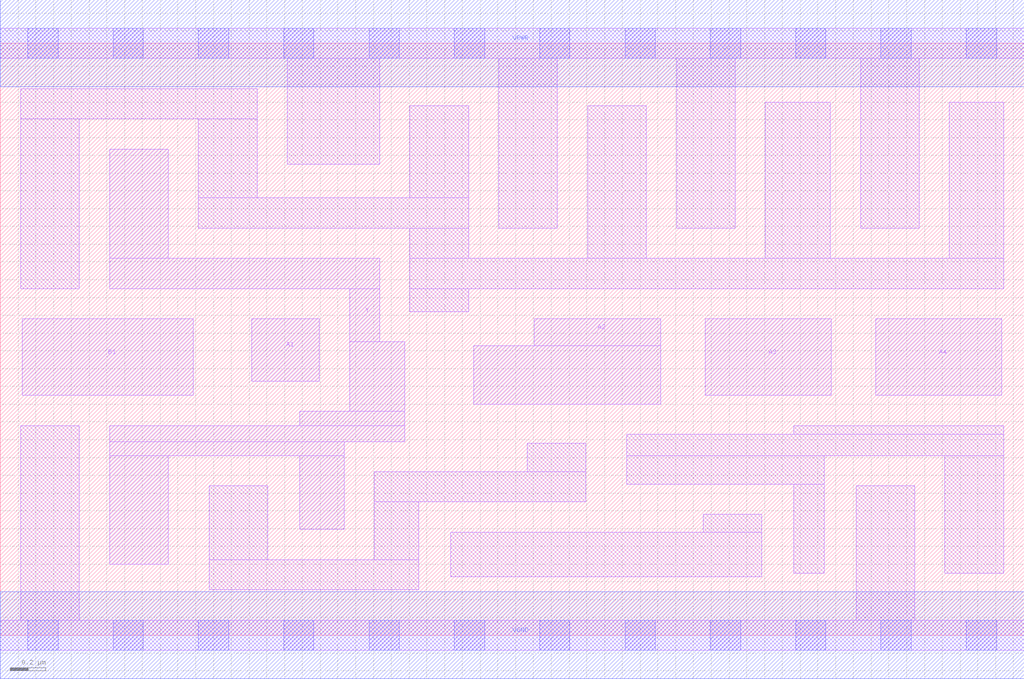
<source format=lef>
# Copyright 2020 The SkyWater PDK Authors
#
# Licensed under the Apache License, Version 2.0 (the "License");
# you may not use this file except in compliance with the License.
# You may obtain a copy of the License at
#
#     https://www.apache.org/licenses/LICENSE-2.0
#
# Unless required by applicable law or agreed to in writing, software
# distributed under the License is distributed on an "AS IS" BASIS,
# WITHOUT WARRANTIES OR CONDITIONS OF ANY KIND, either express or implied.
# See the License for the specific language governing permissions and
# limitations under the License.
#
# SPDX-License-Identifier: Apache-2.0

VERSION 5.7 ;
  NOWIREEXTENSIONATPIN ON ;
  DIVIDERCHAR "/" ;
  BUSBITCHARS "[]" ;
UNITS
  DATABASE MICRONS 200 ;
END UNITS
MACRO sky130_fd_sc_hs__a41oi_2
  CLASS CORE ;
  FOREIGN sky130_fd_sc_hs__a41oi_2 ;
  ORIGIN  0.000000  0.000000 ;
  SIZE  5.760000 BY  3.330000 ;
  SYMMETRY X Y ;
  SITE unit ;
  PIN A1
    ANTENNAGATEAREA  0.558000 ;
    DIRECTION INPUT ;
    USE SIGNAL ;
    PORT
      LAYER li1 ;
        RECT 1.415000 1.430000 1.795000 1.780000 ;
    END
  END A1
  PIN A2
    ANTENNAGATEAREA  0.558000 ;
    DIRECTION INPUT ;
    USE SIGNAL ;
    PORT
      LAYER li1 ;
        RECT 2.665000 1.300000 3.715000 1.630000 ;
        RECT 3.005000 1.630000 3.715000 1.780000 ;
    END
  END A2
  PIN A3
    ANTENNAGATEAREA  0.558000 ;
    DIRECTION INPUT ;
    USE SIGNAL ;
    PORT
      LAYER li1 ;
        RECT 3.965000 1.350000 4.675000 1.780000 ;
    END
  END A3
  PIN A4
    ANTENNAGATEAREA  0.558000 ;
    DIRECTION INPUT ;
    USE SIGNAL ;
    PORT
      LAYER li1 ;
        RECT 4.925000 1.350000 5.635000 1.780000 ;
    END
  END A4
  PIN B1
    ANTENNAGATEAREA  0.447000 ;
    DIRECTION INPUT ;
    USE SIGNAL ;
    PORT
      LAYER li1 ;
        RECT 0.125000 1.350000 1.085000 1.780000 ;
    END
  END B1
  PIN Y
    ANTENNADIFFAREA  0.810100 ;
    DIRECTION OUTPUT ;
    USE SIGNAL ;
    PORT
      LAYER li1 ;
        RECT 0.615000 0.400000 0.945000 1.010000 ;
        RECT 0.615000 1.010000 1.935000 1.090000 ;
        RECT 0.615000 1.090000 2.275000 1.180000 ;
        RECT 0.615000 1.950000 2.135000 2.120000 ;
        RECT 0.615000 2.120000 0.945000 2.735000 ;
        RECT 1.685000 0.595000 1.935000 1.010000 ;
        RECT 1.685000 1.180000 2.275000 1.260000 ;
        RECT 1.965000 1.260000 2.275000 1.650000 ;
        RECT 1.965000 1.650000 2.135000 1.950000 ;
    END
  END Y
  PIN VGND
    DIRECTION INOUT ;
    USE GROUND ;
    PORT
      LAYER met1 ;
        RECT 0.000000 -0.245000 5.760000 0.245000 ;
    END
  END VGND
  PIN VPWR
    DIRECTION INOUT ;
    USE POWER ;
    PORT
      LAYER met1 ;
        RECT 0.000000 3.085000 5.760000 3.575000 ;
    END
  END VPWR
  OBS
    LAYER li1 ;
      RECT 0.000000 -0.085000 5.760000 0.085000 ;
      RECT 0.000000  3.245000 5.760000 3.415000 ;
      RECT 0.115000  0.085000 0.445000 1.180000 ;
      RECT 0.115000  1.950000 0.445000 2.905000 ;
      RECT 0.115000  2.905000 1.445000 3.075000 ;
      RECT 1.115000  2.290000 2.635000 2.460000 ;
      RECT 1.115000  2.460000 1.445000 2.905000 ;
      RECT 1.175000  0.255000 2.355000 0.425000 ;
      RECT 1.175000  0.425000 1.505000 0.840000 ;
      RECT 1.615000  2.650000 2.135000 3.245000 ;
      RECT 2.105000  0.425000 2.355000 0.750000 ;
      RECT 2.105000  0.750000 3.295000 0.920000 ;
      RECT 2.305000  1.820000 2.635000 1.950000 ;
      RECT 2.305000  1.950000 5.645000 2.120000 ;
      RECT 2.305000  2.120000 2.635000 2.290000 ;
      RECT 2.305000  2.460000 2.635000 2.980000 ;
      RECT 2.535000  0.330000 4.285000 0.580000 ;
      RECT 2.805000  2.290000 3.135000 3.245000 ;
      RECT 2.965000  0.920000 3.295000 1.080000 ;
      RECT 3.305000  2.120000 3.635000 2.980000 ;
      RECT 3.525000  0.850000 4.635000 1.010000 ;
      RECT 3.525000  1.010000 5.645000 1.130000 ;
      RECT 3.805000  2.290000 4.135000 3.245000 ;
      RECT 3.955000  0.580000 4.285000 0.680000 ;
      RECT 4.305000  2.120000 4.670000 3.000000 ;
      RECT 4.465000  0.350000 4.635000 0.850000 ;
      RECT 4.465000  1.130000 5.645000 1.180000 ;
      RECT 4.815000  0.085000 5.145000 0.840000 ;
      RECT 4.840000  2.290000 5.170000 3.245000 ;
      RECT 5.315000  0.350000 5.645000 1.010000 ;
      RECT 5.340000  2.120000 5.645000 3.000000 ;
    LAYER mcon ;
      RECT 0.155000 -0.085000 0.325000 0.085000 ;
      RECT 0.155000  3.245000 0.325000 3.415000 ;
      RECT 0.635000 -0.085000 0.805000 0.085000 ;
      RECT 0.635000  3.245000 0.805000 3.415000 ;
      RECT 1.115000 -0.085000 1.285000 0.085000 ;
      RECT 1.115000  3.245000 1.285000 3.415000 ;
      RECT 1.595000 -0.085000 1.765000 0.085000 ;
      RECT 1.595000  3.245000 1.765000 3.415000 ;
      RECT 2.075000 -0.085000 2.245000 0.085000 ;
      RECT 2.075000  3.245000 2.245000 3.415000 ;
      RECT 2.555000 -0.085000 2.725000 0.085000 ;
      RECT 2.555000  3.245000 2.725000 3.415000 ;
      RECT 3.035000 -0.085000 3.205000 0.085000 ;
      RECT 3.035000  3.245000 3.205000 3.415000 ;
      RECT 3.515000 -0.085000 3.685000 0.085000 ;
      RECT 3.515000  3.245000 3.685000 3.415000 ;
      RECT 3.995000 -0.085000 4.165000 0.085000 ;
      RECT 3.995000  3.245000 4.165000 3.415000 ;
      RECT 4.475000 -0.085000 4.645000 0.085000 ;
      RECT 4.475000  3.245000 4.645000 3.415000 ;
      RECT 4.955000 -0.085000 5.125000 0.085000 ;
      RECT 4.955000  3.245000 5.125000 3.415000 ;
      RECT 5.435000 -0.085000 5.605000 0.085000 ;
      RECT 5.435000  3.245000 5.605000 3.415000 ;
  END
END sky130_fd_sc_hs__a41oi_2
END LIBRARY

</source>
